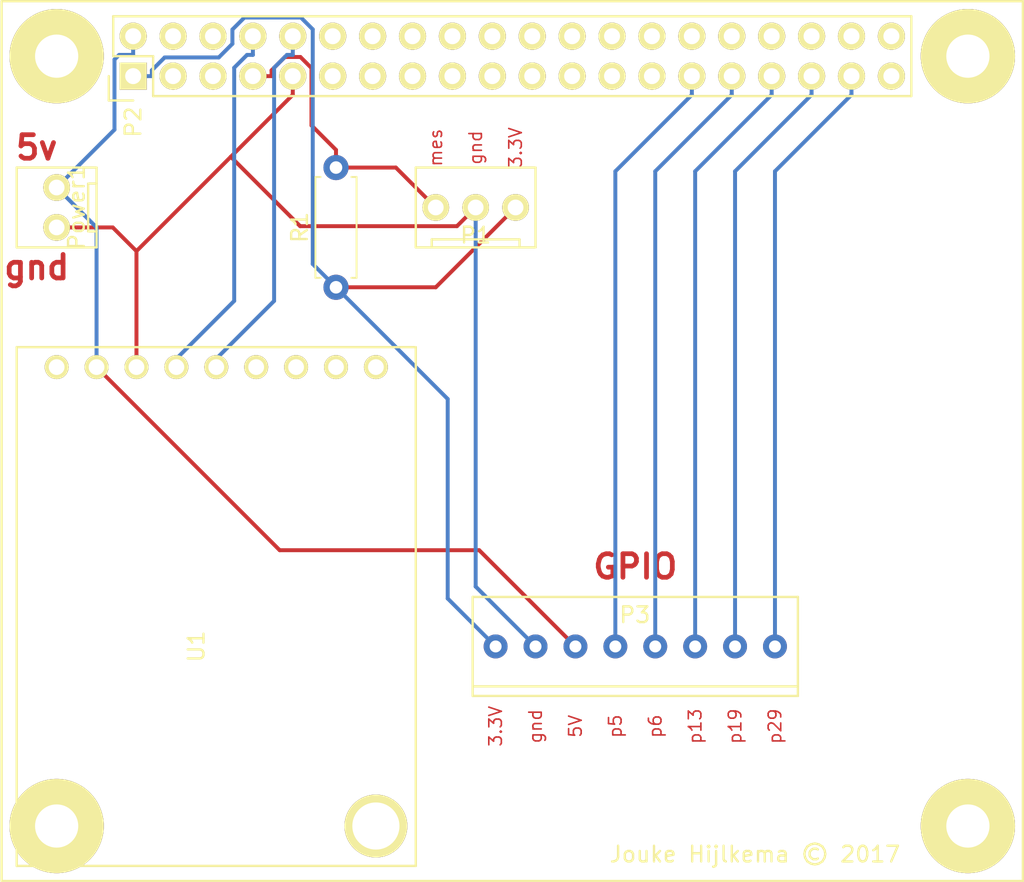
<source format=kicad_pcb>
(kicad_pcb (version 4) (host pcbnew 4.0.6-e0-6349~53~ubuntu16.04.1)

  (general
    (links 19)
    (no_connects 0)
    (area 110.524999 66.604999 176.075001 123.155001)
    (thickness 1.6)
    (drawings 14)
    (tracks 74)
    (zones 0)
    (modules 6)
    (nets 12)
  )

  (page A4)
  (layers
    (0 F.Cu signal)
    (31 B.Cu signal)
    (32 B.Adhes user)
    (33 F.Adhes user)
    (34 B.Paste user)
    (35 F.Paste user)
    (36 B.SilkS user)
    (37 F.SilkS user)
    (38 B.Mask user)
    (39 F.Mask user)
    (40 Dwgs.User user)
    (41 Cmts.User user)
    (42 Eco1.User user)
    (43 Eco2.User user)
    (44 Edge.Cuts user)
    (45 Margin user)
    (46 B.CrtYd user)
    (47 F.CrtYd user)
    (48 B.Fab user)
    (49 F.Fab user)
  )

  (setup
    (last_trace_width 0.25)
    (trace_clearance 0.2)
    (zone_clearance 0.508)
    (zone_45_only no)
    (trace_min 0.2)
    (segment_width 0.2)
    (edge_width 0.15)
    (via_size 0.6)
    (via_drill 0.4)
    (via_min_size 0.4)
    (via_min_drill 0.3)
    (uvia_size 0.3)
    (uvia_drill 0.1)
    (uvias_allowed no)
    (uvia_min_size 0.2)
    (uvia_min_drill 0.1)
    (pcb_text_width 0.3)
    (pcb_text_size 1.5 1.5)
    (mod_edge_width 0.15)
    (mod_text_size 1 1)
    (mod_text_width 0.15)
    (pad_size 1.524 1.524)
    (pad_drill 0.762)
    (pad_to_mask_clearance 0.2)
    (aux_axis_origin 0 0)
    (visible_elements FFFFFF6F)
    (pcbplotparams
      (layerselection 0x010f0_80000001)
      (usegerberextensions false)
      (excludeedgelayer true)
      (linewidth 0.100000)
      (plotframeref false)
      (viasonmask false)
      (mode 1)
      (useauxorigin false)
      (hpglpennumber 1)
      (hpglpenspeed 20)
      (hpglpendiameter 15)
      (hpglpenoverlay 2)
      (psnegative false)
      (psa4output false)
      (plotreference true)
      (plotvalue true)
      (plotinvisibletext false)
      (padsonsilk false)
      (subtractmaskfromsilk false)
      (outputformat 1)
      (mirror false)
      (drillshape 0)
      (scaleselection 1)
      (outputdirectory Gerber/))
  )

  (net 0 "")
  (net 1 +5V)
  (net 2 GND)
  (net 3 "Net-(P1-Pad1)")
  (net 4 "Net-(P1-Pad3)")
  (net 5 "Net-(P2-Pad8)")
  (net 6 "Net-(P2-Pad10)")
  (net 7 "Net-(P2-Pad29)")
  (net 8 "Net-(P2-Pad31)")
  (net 9 "Net-(P2-Pad33)")
  (net 10 "Net-(P2-Pad35)")
  (net 11 "Net-(P2-Pad37)")

  (net_class Default "This is the default net class."
    (clearance 0.2)
    (trace_width 0.25)
    (via_dia 0.6)
    (via_drill 0.4)
    (uvia_dia 0.3)
    (uvia_drill 0.1)
    (add_net +5V)
    (add_net GND)
    (add_net "Net-(P1-Pad1)")
    (add_net "Net-(P1-Pad3)")
    (add_net "Net-(P2-Pad10)")
    (add_net "Net-(P2-Pad29)")
    (add_net "Net-(P2-Pad31)")
    (add_net "Net-(P2-Pad33)")
    (add_net "Net-(P2-Pad35)")
    (add_net "Net-(P2-Pad37)")
    (add_net "Net-(P2-Pad8)")
  )

  (module MyLibs:rpi3_gpio (layer F.Cu) (tedit 58A9D75F) (tstamp 58AB99FA)
    (at 114.3 70.38)
    (descr "Through hole pin header")
    (tags "pin header")
    (path /58A883CC)
    (fp_text reference P2 (at 4.87 4.191 270) (layer F.SilkS)
      (effects (font (size 1 1) (thickness 0.15)))
    )
    (fp_text value RPI_3_GPIO (at 8.89 5.08 180) (layer F.Fab)
      (effects (font (size 1 1) (thickness 0.15)))
    )
    (fp_text user "Jouke Hijlkema © 2017" (at 44.45 50.8) (layer F.SilkS)
      (effects (font (size 1 1) (thickness 0.15)))
    )
    (fp_line (start -3.5 52.5) (end -3.5 -3.5) (layer F.SilkS) (width 0.15))
    (fp_line (start -3.5 -3.5) (end 61.5 -3.5) (layer F.SilkS) (width 0.15))
    (fp_line (start 61.5 -3.5) (end 61.5 52.5) (layer F.SilkS) (width 0.15))
    (fp_line (start 61.5 52.5) (end -3.5 52.5) (layer F.SilkS) (width 0.15))
    (fp_line (start 3.12 3.02) (end 54.92 3.02) (layer F.CrtYd) (width 0.05))
    (fp_line (start 3.12 -3.03) (end 54.92 -3.03) (layer F.CrtYd) (width 0.05))
    (fp_line (start 3.12 3.02) (end 3.12 -3.03) (layer F.CrtYd) (width 0.05))
    (fp_line (start 54.92 3.02) (end 54.92 -3.03) (layer F.CrtYd) (width 0.05))
    (fp_line (start 54.4 -2.54) (end 3.6 -2.54) (layer F.SilkS) (width 0.15))
    (fp_line (start 6.14 2.54) (end 54.4 2.54) (layer F.SilkS) (width 0.15))
    (fp_line (start 54.4 -2.54) (end 54.4 2.54) (layer F.SilkS) (width 0.15))
    (fp_line (start 3.6 -2.54) (end 3.6 0) (layer F.SilkS) (width 0.15))
    (fp_line (start 3.32 1.27) (end 3.32 2.82) (layer F.SilkS) (width 0.15))
    (fp_line (start 3.6 0) (end 6.14 0) (layer F.SilkS) (width 0.15))
    (fp_line (start 6.14 0) (end 6.14 2.54) (layer F.SilkS) (width 0.15))
    (fp_line (start 3.32 2.82) (end 4.87 2.82) (layer F.SilkS) (width 0.15))
    (pad 1 thru_hole rect (at 4.87 1.27 90) (size 1.7272 1.7272) (drill 1.016) (layers *.Cu *.Mask F.SilkS)
      (net 4 "Net-(P1-Pad3)"))
    (pad 2 thru_hole oval (at 4.87 -1.27 90) (size 1.7272 1.7272) (drill 1.016) (layers *.Cu *.Mask F.SilkS)
      (net 1 +5V))
    (pad 3 thru_hole oval (at 7.41 1.27 90) (size 1.7272 1.7272) (drill 1.016) (layers *.Cu *.Mask F.SilkS))
    (pad 4 thru_hole oval (at 7.41 -1.27 90) (size 1.7272 1.7272) (drill 1.016) (layers *.Cu *.Mask F.SilkS))
    (pad 5 thru_hole oval (at 9.95 1.27 90) (size 1.7272 1.7272) (drill 1.016) (layers *.Cu *.Mask F.SilkS))
    (pad 6 thru_hole oval (at 9.95 -1.27 90) (size 1.7272 1.7272) (drill 1.016) (layers *.Cu *.Mask F.SilkS))
    (pad 7 thru_hole oval (at 12.49 1.27 90) (size 1.7272 1.7272) (drill 1.016) (layers *.Cu *.Mask F.SilkS)
      (net 3 "Net-(P1-Pad1)"))
    (pad 8 thru_hole oval (at 12.49 -1.27 90) (size 1.7272 1.7272) (drill 1.016) (layers *.Cu *.Mask F.SilkS)
      (net 5 "Net-(P2-Pad8)"))
    (pad 9 thru_hole oval (at 15.03 1.27 90) (size 1.7272 1.7272) (drill 1.016) (layers *.Cu *.Mask F.SilkS)
      (net 2 GND))
    (pad 10 thru_hole oval (at 15.03 -1.27 90) (size 1.7272 1.7272) (drill 1.016) (layers *.Cu *.Mask F.SilkS)
      (net 6 "Net-(P2-Pad10)"))
    (pad 11 thru_hole oval (at 17.57 1.27 90) (size 1.7272 1.7272) (drill 1.016) (layers *.Cu *.Mask F.SilkS))
    (pad 12 thru_hole oval (at 17.57 -1.27 90) (size 1.7272 1.7272) (drill 1.016) (layers *.Cu *.Mask F.SilkS))
    (pad 13 thru_hole oval (at 20.11 1.27 90) (size 1.7272 1.7272) (drill 1.016) (layers *.Cu *.Mask F.SilkS))
    (pad 14 thru_hole oval (at 20.11 -1.27 90) (size 1.7272 1.7272) (drill 1.016) (layers *.Cu *.Mask F.SilkS))
    (pad 15 thru_hole oval (at 22.65 1.27 90) (size 1.7272 1.7272) (drill 1.016) (layers *.Cu *.Mask F.SilkS))
    (pad 16 thru_hole oval (at 22.65 -1.27 90) (size 1.7272 1.7272) (drill 1.016) (layers *.Cu *.Mask F.SilkS))
    (pad 17 thru_hole oval (at 25.19 1.27 90) (size 1.7272 1.7272) (drill 1.016) (layers *.Cu *.Mask F.SilkS))
    (pad 18 thru_hole oval (at 25.19 -1.27 90) (size 1.7272 1.7272) (drill 1.016) (layers *.Cu *.Mask F.SilkS))
    (pad 19 thru_hole oval (at 27.73 1.27 90) (size 1.7272 1.7272) (drill 1.016) (layers *.Cu *.Mask F.SilkS))
    (pad 20 thru_hole oval (at 27.73 -1.27 90) (size 1.7272 1.7272) (drill 1.016) (layers *.Cu *.Mask F.SilkS))
    (pad 21 thru_hole oval (at 30.27 1.27 90) (size 1.7272 1.7272) (drill 1.016) (layers *.Cu *.Mask F.SilkS))
    (pad 22 thru_hole oval (at 30.27 -1.27 90) (size 1.7272 1.7272) (drill 1.016) (layers *.Cu *.Mask F.SilkS))
    (pad 23 thru_hole oval (at 32.81 1.27 90) (size 1.7272 1.7272) (drill 1.016) (layers *.Cu *.Mask F.SilkS))
    (pad 24 thru_hole oval (at 32.81 -1.27 90) (size 1.7272 1.7272) (drill 1.016) (layers *.Cu *.Mask F.SilkS))
    (pad 25 thru_hole oval (at 35.35 1.27 90) (size 1.7272 1.7272) (drill 1.016) (layers *.Cu *.Mask F.SilkS))
    (pad 26 thru_hole oval (at 35.35 -1.27 90) (size 1.7272 1.7272) (drill 1.016) (layers *.Cu *.Mask F.SilkS))
    (pad 27 thru_hole oval (at 37.89 1.27 90) (size 1.7272 1.7272) (drill 1.016) (layers *.Cu *.Mask F.SilkS))
    (pad 28 thru_hole oval (at 37.89 -1.27 90) (size 1.7272 1.7272) (drill 1.016) (layers *.Cu *.Mask F.SilkS))
    (pad 29 thru_hole oval (at 40.43 1.27 90) (size 1.7272 1.7272) (drill 1.016) (layers *.Cu *.Mask F.SilkS)
      (net 7 "Net-(P2-Pad29)"))
    (pad 30 thru_hole oval (at 40.43 -1.27 90) (size 1.7272 1.7272) (drill 1.016) (layers *.Cu *.Mask F.SilkS))
    (pad 31 thru_hole oval (at 42.97 1.27 90) (size 1.7272 1.7272) (drill 1.016) (layers *.Cu *.Mask F.SilkS)
      (net 8 "Net-(P2-Pad31)"))
    (pad 32 thru_hole oval (at 42.97 -1.27 90) (size 1.7272 1.7272) (drill 1.016) (layers *.Cu *.Mask F.SilkS))
    (pad 33 thru_hole oval (at 45.51 1.27 90) (size 1.7272 1.7272) (drill 1.016) (layers *.Cu *.Mask F.SilkS)
      (net 9 "Net-(P2-Pad33)"))
    (pad 34 thru_hole oval (at 45.51 -1.27 90) (size 1.7272 1.7272) (drill 1.016) (layers *.Cu *.Mask F.SilkS))
    (pad 35 thru_hole oval (at 48.05 1.27 90) (size 1.7272 1.7272) (drill 1.016) (layers *.Cu *.Mask F.SilkS)
      (net 10 "Net-(P2-Pad35)"))
    (pad 36 thru_hole oval (at 48.05 -1.27 90) (size 1.7272 1.7272) (drill 1.016) (layers *.Cu *.Mask F.SilkS))
    (pad 37 thru_hole oval (at 50.59 1.27 90) (size 1.7272 1.7272) (drill 1.016) (layers *.Cu *.Mask F.SilkS)
      (net 11 "Net-(P2-Pad37)"))
    (pad 38 thru_hole oval (at 50.59 -1.27 90) (size 1.7272 1.7272) (drill 1.016) (layers *.Cu *.Mask F.SilkS))
    (pad 39 thru_hole oval (at 53.13 1.27 90) (size 1.7272 1.7272) (drill 1.016) (layers *.Cu *.Mask F.SilkS))
    (pad 40 thru_hole oval (at 53.13 -1.27 90) (size 1.7272 1.7272) (drill 1.016) (layers *.Cu *.Mask F.SilkS))
    (pad "" np_thru_hole circle (at 0 0) (size 6 6) (drill 2.75) (layers *.Cu *.Mask F.SilkS)
      (zone_connect 0))
    (pad "" np_thru_hole circle (at 58 0) (size 6 6) (drill 2.75) (layers *.Cu *.Mask F.SilkS)
      (zone_connect 0))
    (pad "" np_thru_hole circle (at 0 49) (size 6 6) (drill 2.75) (layers *.Cu *.Mask F.SilkS)
      (zone_connect 0))
    (pad "" np_thru_hole circle (at 58 49) (size 6 6) (drill 2.75) (layers *.Cu *.Mask F.SilkS)
      (zone_connect 0))
    (model Pin_Headers.3dshapes/Pin_Header_Straight_2x20.wrl
      (at (xyz 0 0 0))
      (scale (xyz 1 1 1))
      (rotate (xyz 0 0 90))
    )
  )

  (module MyLibs:2pinConnector (layer F.Cu) (tedit 57057712) (tstamp 58BAD04C)
    (at 114.3 80.01 90)
    (path /58BAAB41)
    (fp_text reference Power1 (at 0 1.27 90) (layer F.SilkS)
      (effects (font (size 1 1) (thickness 0.15)))
    )
    (fp_text value CONN_01X02 (at 0 3.81 90) (layer F.Fab)
      (effects (font (size 1 1) (thickness 0.15)))
    )
    (fp_line (start -1.52273 2.00406) (end 1.51765 2.00406) (layer F.SilkS) (width 0.15))
    (fp_line (start -2.54 2.54) (end 2.54 2.54) (layer F.SilkS) (width 0.15))
    (fp_line (start -2.54 -2.54) (end 2.54 -2.54) (layer F.SilkS) (width 0.15))
    (fp_line (start -1.524 2.54) (end -1.524 2.032) (layer F.SilkS) (width 0.15))
    (fp_line (start 1.524 2.032) (end 1.524 2.54) (layer F.SilkS) (width 0.15))
    (fp_line (start 2.54 -2.54) (end 2.54 2.54) (layer F.SilkS) (width 0.15))
    (fp_line (start -2.54 2.54) (end -2.54 -2.54) (layer F.SilkS) (width 0.15))
    (pad 1 thru_hole circle (at -1.27 0 90) (size 1.7 1.7) (drill 1) (layers *.Cu *.Mask F.SilkS)
      (net 2 GND))
    (pad 2 thru_hole circle (at 1.27 0 90) (size 1.7 1.7) (drill 1) (layers *.Cu *.Mask F.SilkS)
      (net 1 +5V))
  )

  (module MyLibs:3pinConnector (layer F.Cu) (tedit 58BAC950) (tstamp 58BAD4C1)
    (at 140.97 80.01)
    (path /58BAC941)
    (fp_text reference P1 (at 0 1.77) (layer F.SilkS)
      (effects (font (size 1 1) (thickness 0.15)))
    )
    (fp_text value TEMP (at 0 3.81) (layer F.Fab)
      (effects (font (size 1 1) (thickness 0.15)))
    )
    (fp_line (start -2.794 2.54) (end -2.794 2.032) (layer F.SilkS) (width 0.15))
    (fp_line (start -2.794 2.032) (end 2.794 2.032) (layer F.SilkS) (width 0.15))
    (fp_line (start 2.794 2.032) (end 2.794 2.54) (layer F.SilkS) (width 0.15))
    (fp_line (start -3.81 -2.54) (end 3.81 -2.54) (layer F.SilkS) (width 0.15))
    (fp_line (start 3.81 -2.54) (end 3.81 2.54) (layer F.SilkS) (width 0.15))
    (fp_line (start 3.81 2.54) (end -3.81 2.54) (layer F.SilkS) (width 0.15))
    (fp_line (start -3.81 2.54) (end -3.81 -2.54) (layer F.SilkS) (width 0.15))
    (pad 1 thru_hole circle (at -2.54 0) (size 1.7 1.7) (drill 1) (layers *.Cu *.Mask F.SilkS)
      (net 3 "Net-(P1-Pad1)"))
    (pad 2 thru_hole circle (at 0 0) (size 1.7 1.7) (drill 1) (layers *.Cu *.Mask F.SilkS)
      (net 2 GND))
    (pad 3 thru_hole circle (at 2.54 0) (size 1.7 1.7) (drill 1) (layers *.Cu *.Mask F.SilkS)
      (net 4 "Net-(P1-Pad3)"))
  )

  (module Resistors_ThroughHole:R_Axial_DIN0207_L6.3mm_D2.5mm_P7.62mm_Horizontal (layer F.Cu) (tedit 5874F706) (tstamp 58BAD6F3)
    (at 132.08 85.09 90)
    (descr "Resistor, Axial_DIN0207 series, Axial, Horizontal, pin pitch=7.62mm, 0.25W = 1/4W, length*diameter=6.3*2.5mm^2, http://cdn-reichelt.de/documents/datenblatt/B400/1_4W%23YAG.pdf")
    (tags "Resistor Axial_DIN0207 series Axial Horizontal pin pitch 7.62mm 0.25W = 1/4W length 6.3mm diameter 2.5mm")
    (path /58BAD104)
    (fp_text reference R1 (at 3.81 -2.31 90) (layer F.SilkS)
      (effects (font (size 1 1) (thickness 0.15)))
    )
    (fp_text value R (at 3.81 2.31 90) (layer F.Fab)
      (effects (font (size 1 1) (thickness 0.15)))
    )
    (fp_line (start 0.66 -1.25) (end 0.66 1.25) (layer F.Fab) (width 0.1))
    (fp_line (start 0.66 1.25) (end 6.96 1.25) (layer F.Fab) (width 0.1))
    (fp_line (start 6.96 1.25) (end 6.96 -1.25) (layer F.Fab) (width 0.1))
    (fp_line (start 6.96 -1.25) (end 0.66 -1.25) (layer F.Fab) (width 0.1))
    (fp_line (start 0 0) (end 0.66 0) (layer F.Fab) (width 0.1))
    (fp_line (start 7.62 0) (end 6.96 0) (layer F.Fab) (width 0.1))
    (fp_line (start 0.6 -0.98) (end 0.6 -1.31) (layer F.SilkS) (width 0.12))
    (fp_line (start 0.6 -1.31) (end 7.02 -1.31) (layer F.SilkS) (width 0.12))
    (fp_line (start 7.02 -1.31) (end 7.02 -0.98) (layer F.SilkS) (width 0.12))
    (fp_line (start 0.6 0.98) (end 0.6 1.31) (layer F.SilkS) (width 0.12))
    (fp_line (start 0.6 1.31) (end 7.02 1.31) (layer F.SilkS) (width 0.12))
    (fp_line (start 7.02 1.31) (end 7.02 0.98) (layer F.SilkS) (width 0.12))
    (fp_line (start -1.05 -1.6) (end -1.05 1.6) (layer F.CrtYd) (width 0.05))
    (fp_line (start -1.05 1.6) (end 8.7 1.6) (layer F.CrtYd) (width 0.05))
    (fp_line (start 8.7 1.6) (end 8.7 -1.6) (layer F.CrtYd) (width 0.05))
    (fp_line (start 8.7 -1.6) (end -1.05 -1.6) (layer F.CrtYd) (width 0.05))
    (pad 1 thru_hole circle (at 0 0 90) (size 1.6 1.6) (drill 0.8) (layers *.Cu *.Mask)
      (net 4 "Net-(P1-Pad3)"))
    (pad 2 thru_hole oval (at 7.62 0 90) (size 1.6 1.6) (drill 0.8) (layers *.Cu *.Mask)
      (net 3 "Net-(P1-Pad1)"))
    (model Resistors_THT.3dshapes/R_Axial_DIN0207_L6.3mm_D2.5mm_P7.62mm_Horizontal.wrl
      (at (xyz 0 0 0))
      (scale (xyz 0.393701 0.393701 0.393701))
      (rotate (xyz 0 0 0))
    )
  )

  (module MyLibs:adafruit_ultimate_gps (layer F.Cu) (tedit 58BAD2C1) (tstamp 58BAD9C9)
    (at 114.3 119.38)
    (path /58A8767F)
    (fp_text reference U1 (at 8.89 -11.43 270) (layer F.SilkS)
      (effects (font (size 1 1) (thickness 0.15)))
    )
    (fp_text value adafruit_ultimate_gps (at 11.43 -12.7 270) (layer F.Fab)
      (effects (font (size 1 1) (thickness 0.15)))
    )
    (fp_line (start 22.86 2.54) (end 22.86 -30.48) (layer F.SilkS) (width 0.15))
    (fp_line (start 22.86 -30.48) (end -2.54 -30.48) (layer F.SilkS) (width 0.15))
    (fp_line (start -2.54 -30.48) (end -2.54 2.54) (layer F.SilkS) (width 0.15))
    (fp_line (start -2.54 2.54) (end 22.86 2.54) (layer F.SilkS) (width 0.15))
    (pad 5 thru_hole circle (at 10.16 -29.21 270) (size 1.524 1.524) (drill 1) (layers *.Cu *.Mask F.SilkS)
      (net 6 "Net-(P2-Pad10)"))
    (pad 6 thru_hole circle (at 12.7 -29.21 270) (size 1.524 1.524) (drill 1) (layers *.Cu *.Mask F.SilkS))
    (pad 7 thru_hole circle (at 15.24 -29.21 270) (size 1.524 1.524) (drill 1) (layers *.Cu *.Mask F.SilkS))
    (pad 8 thru_hole circle (at 17.78 -29.21 270) (size 1.524 1.524) (drill 1) (layers *.Cu *.Mask F.SilkS))
    (pad 4 thru_hole circle (at 7.62 -29.21 270) (size 1.524 1.524) (drill 1) (layers *.Cu *.Mask F.SilkS)
      (net 5 "Net-(P2-Pad8)"))
    (pad 3 thru_hole circle (at 5.08 -29.21 270) (size 1.524 1.524) (drill 1) (layers *.Cu *.Mask F.SilkS)
      (net 2 GND))
    (pad 2 thru_hole circle (at 2.54 -29.21 270) (size 1.524 1.524) (drill 1) (layers *.Cu *.Mask F.SilkS)
      (net 1 +5V))
    (pad 1 thru_hole circle (at 0 -29.21 270) (size 1.524 1.524) (drill 1) (layers *.Cu *.Mask F.SilkS))
    (pad 9 thru_hole circle (at 20.32 -29.21 270) (size 1.524 1.524) (drill 1) (layers *.Cu *.Mask F.SilkS))
    (pad 10 thru_hole circle (at 20.32 0 270) (size 4 4) (drill 3) (layers *.Cu *.Mask F.SilkS))
  )

  (module MyLibs:bornier_8_vis (layer F.Cu) (tedit 58BBC4A1) (tstamp 58BBC710)
    (at 151.13 107.95 180)
    (path /58BBBF3C)
    (fp_text reference P3 (at 0.02794 2.0066 180) (layer F.SilkS)
      (effects (font (size 1 1) (thickness 0.15)))
    )
    (fp_text value CONN_01X08 (at 0.02794 -1.70942 180) (layer F.Fab)
      (effects (font (size 1 1) (thickness 0.15)))
    )
    (fp_line (start -10.35 -2.54) (end 10.35 -2.54) (layer F.SilkS) (width 0.15))
    (fp_line (start 10.35 -3.15) (end 10.35 3.15) (layer F.SilkS) (width 0.15))
    (fp_line (start -10.35 -3.15) (end -10.35 3.15) (layer F.SilkS) (width 0.15))
    (fp_line (start -10.35 -3.15) (end 10.35 -3.15) (layer F.SilkS) (width 0.15))
    (fp_line (start -10.35 3.15) (end 10.35 3.15) (layer F.SilkS) (width 0.15))
    (pad 4 thru_hole circle (at -1.27 0 180) (size 1.524 1.524) (drill 0.762) (layers *.Cu *.Mask)
      (net 8 "Net-(P2-Pad31)"))
    (pad 5 thru_hole circle (at 1.27 0 180) (size 1.524 1.524) (drill 0.762) (layers *.Cu *.Mask)
      (net 7 "Net-(P2-Pad29)"))
    (pad 6 thru_hole circle (at 3.81 0 180) (size 1.524 1.524) (drill 0.762) (layers *.Cu *.Mask)
      (net 1 +5V))
    (pad 3 thru_hole circle (at -3.81 0 180) (size 1.524 1.524) (drill 0.762) (layers *.Cu *.Mask)
      (net 9 "Net-(P2-Pad33)"))
    (pad 2 thru_hole circle (at -6.35 0 180) (size 1.524 1.524) (drill 0.762) (layers *.Cu *.Mask)
      (net 10 "Net-(P2-Pad35)"))
    (pad 1 thru_hole circle (at -8.89 0 180) (size 1.524 1.524) (drill 0.762) (layers *.Cu *.Mask)
      (net 11 "Net-(P2-Pad37)"))
    (pad 7 thru_hole circle (at 6.35 0 180) (size 1.524 1.524) (drill 0.762) (layers *.Cu *.Mask)
      (net 2 GND))
    (pad 8 thru_hole circle (at 8.89 0 180) (size 1.524 1.524) (drill 0.762) (layers *.Cu *.Mask)
      (net 4 "Net-(P1-Pad3)"))
  )

  (gr_text GPIO (at 151.13 102.87) (layer F.Cu)
    (effects (font (size 1.5 1.5) (thickness 0.3)))
  )
  (gr_text p29 (at 160.02 113.03 90) (layer F.Cu)
    (effects (font (size 0.8 0.8) (thickness 0.1)))
  )
  (gr_text p19 (at 157.48 113.03 90) (layer F.Cu)
    (effects (font (size 0.8 0.8) (thickness 0.1)))
  )
  (gr_text p13 (at 154.94 113.03 90) (layer F.Cu)
    (effects (font (size 0.8 0.8) (thickness 0.1)))
  )
  (gr_text p6 (at 152.4 113.03 90) (layer F.Cu)
    (effects (font (size 0.8 0.8) (thickness 0.1)))
  )
  (gr_text p5 (at 149.86 113.03 90) (layer F.Cu)
    (effects (font (size 0.8 0.8) (thickness 0.1)))
  )
  (gr_text 5V (at 147.32 113.03 90) (layer F.Cu)
    (effects (font (size 0.8 0.8) (thickness 0.1)))
  )
  (gr_text 3.3V (at 142.24 113.03 90) (layer F.Cu)
    (effects (font (size 0.8 0.8) (thickness 0.1)))
  )
  (gr_text gnd (at 144.78 113.03 90) (layer F.Cu)
    (effects (font (size 0.8 0.8) (thickness 0.1)))
  )
  (gr_text gnd (at 113.03 83.82) (layer F.Cu)
    (effects (font (size 1.5 1.5) (thickness 0.3)))
  )
  (gr_text 5v (at 113.03 76.2) (layer F.Cu)
    (effects (font (size 1.5 1.5) (thickness 0.3)))
  )
  (gr_text mes (at 138.43 76.2 90) (layer F.Cu)
    (effects (font (size 0.8 0.8) (thickness 0.1)))
  )
  (gr_text gnd (at 140.97 76.2 90) (layer F.Cu)
    (effects (font (size 0.8 0.8) (thickness 0.1)))
  )
  (gr_text 3.3V (at 143.51 76.2 90) (layer F.Cu)
    (effects (font (size 0.8 0.8) (thickness 0.1)))
  )

  (segment (start 116.84 81.28) (end 116.84 90.17) (width 0.25) (layer B.Cu) (net 1))
  (segment (start 114.3 78.74) (end 116.84 81.28) (width 0.25) (layer B.Cu) (net 1))
  (segment (start 117.981 75.0589) (end 114.3 78.74) (width 0.25) (layer B.Cu) (net 1))
  (segment (start 117.981 70.5961) (end 117.981 75.0589) (width 0.25) (layer B.Cu) (net 1))
  (segment (start 118.278 70.2989) (end 117.981 70.5961) (width 0.25) (layer B.Cu) (net 1))
  (segment (start 119.17 70.2989) (end 118.278 70.2989) (width 0.25) (layer B.Cu) (net 1))
  (segment (start 119.17 69.11) (end 119.17 70.2989) (width 0.25) (layer B.Cu) (net 1))
  (segment (start 141.1952 101.8252) (end 147.32 107.95) (width 0.25) (layer F.Cu) (net 1))
  (segment (start 128.4952 101.8252) (end 141.1952 101.8252) (width 0.25) (layer F.Cu) (net 1))
  (segment (start 116.84 90.17) (end 128.4952 101.8252) (width 0.25) (layer F.Cu) (net 1))
  (segment (start 129.799 81.2006) (end 125.384 76.7854) (width 0.25) (layer F.Cu) (net 2))
  (segment (start 139.779 81.2006) (end 129.799 81.2006) (width 0.25) (layer F.Cu) (net 2))
  (segment (start 140.97 80.01) (end 139.779 81.2006) (width 0.25) (layer F.Cu) (net 2))
  (segment (start 129.33 72.8389) (end 125.384 76.7854) (width 0.25) (layer F.Cu) (net 2))
  (segment (start 129.33 71.65) (end 129.33 72.8389) (width 0.25) (layer F.Cu) (net 2))
  (segment (start 117.871 81.28) (end 119.38 82.7889) (width 0.25) (layer F.Cu) (net 2))
  (segment (start 114.3 81.28) (end 117.871 81.28) (width 0.25) (layer F.Cu) (net 2))
  (segment (start 125.384 76.7854) (end 119.38 82.7889) (width 0.25) (layer F.Cu) (net 2))
  (segment (start 119.38 82.7889) (end 119.38 90.17) (width 0.25) (layer F.Cu) (net 2))
  (segment (start 140.97 104.14) (end 140.97 80.01) (width 0.25) (layer B.Cu) (net 2))
  (segment (start 144.78 107.95) (end 140.97 104.14) (width 0.25) (layer B.Cu) (net 2))
  (segment (start 135.89 77.47) (end 138.43 80.01) (width 0.25) (layer F.Cu) (net 3))
  (segment (start 132.08 77.47) (end 135.89 77.47) (width 0.25) (layer F.Cu) (net 3))
  (segment (start 127.979 71.65) (end 126.79 71.65) (width 0.25) (layer F.Cu) (net 3))
  (segment (start 127.979 71.2805) (end 127.979 71.65) (width 0.25) (layer F.Cu) (net 3))
  (segment (start 128.826 70.4337) (end 127.979 71.2805) (width 0.25) (layer F.Cu) (net 3))
  (segment (start 129.817 70.4337) (end 128.826 70.4337) (width 0.25) (layer F.Cu) (net 3))
  (segment (start 130.519 71.1357) (end 129.817 70.4337) (width 0.25) (layer F.Cu) (net 3))
  (segment (start 130.519 74.7837) (end 130.519 71.1357) (width 0.25) (layer F.Cu) (net 3))
  (segment (start 132.08 76.3447) (end 130.519 74.7837) (width 0.25) (layer F.Cu) (net 3))
  (segment (start 132.08 77.47) (end 132.08 76.3447) (width 0.25) (layer F.Cu) (net 3))
  (segment (start 138.43 85.09) (end 143.51 80.01) (width 0.25) (layer F.Cu) (net 4))
  (segment (start 132.08 85.09) (end 138.43 85.09) (width 0.25) (layer F.Cu) (net 4))
  (segment (start 130.6 83.61) (end 132.08 85.09) (width 0.25) (layer B.Cu) (net 4))
  (segment (start 130.6 68.6718) (end 130.6 83.61) (width 0.25) (layer B.Cu) (net 4))
  (segment (start 129.849 67.9211) (end 130.6 68.6718) (width 0.25) (layer B.Cu) (net 4))
  (segment (start 126.251 67.9211) (end 129.849 67.9211) (width 0.25) (layer B.Cu) (net 4))
  (segment (start 125.487 68.6853) (end 126.251 67.9211) (width 0.25) (layer B.Cu) (net 4))
  (segment (start 125.487 69.593) (end 125.487 68.6853) (width 0.25) (layer B.Cu) (net 4))
  (segment (start 124.619 70.4611) (end 125.487 69.593) (width 0.25) (layer B.Cu) (net 4))
  (segment (start 121.176 70.4611) (end 124.619 70.4611) (width 0.25) (layer B.Cu) (net 4))
  (segment (start 120.359 71.2784) (end 121.176 70.4611) (width 0.25) (layer B.Cu) (net 4))
  (segment (start 120.359 71.65) (end 120.359 71.2784) (width 0.25) (layer B.Cu) (net 4))
  (segment (start 119.17 71.65) (end 120.359 71.65) (width 0.25) (layer B.Cu) (net 4))
  (segment (start 139.1902 104.9002) (end 142.24 107.95) (width 0.25) (layer B.Cu) (net 4))
  (segment (start 139.1902 92.2002) (end 139.1902 104.9002) (width 0.25) (layer B.Cu) (net 4))
  (segment (start 132.08 85.09) (end 139.1902 92.2002) (width 0.25) (layer B.Cu) (net 4))
  (segment (start 121.92 89.64) (end 121.92 90.17) (width 0.25) (layer B.Cu) (net 5))
  (segment (start 125.601 85.9589) (end 121.92 89.64) (width 0.25) (layer B.Cu) (net 5))
  (segment (start 125.601 71.1162) (end 125.601 85.9589) (width 0.25) (layer B.Cu) (net 5))
  (segment (start 126.418 70.2989) (end 125.601 71.1162) (width 0.25) (layer B.Cu) (net 5))
  (segment (start 126.79 70.2989) (end 126.418 70.2989) (width 0.25) (layer B.Cu) (net 5))
  (segment (start 126.79 69.11) (end 126.79 70.2989) (width 0.25) (layer B.Cu) (net 5))
  (segment (start 124.46 89.64) (end 124.46 90.17) (width 0.25) (layer B.Cu) (net 6))
  (segment (start 128.141 85.9589) (end 124.46 89.64) (width 0.25) (layer B.Cu) (net 6))
  (segment (start 128.141 71.1162) (end 128.141 85.9589) (width 0.25) (layer B.Cu) (net 6))
  (segment (start 128.958 70.2989) (end 128.141 71.1162) (width 0.25) (layer B.Cu) (net 6))
  (segment (start 129.33 70.2989) (end 128.958 70.2989) (width 0.25) (layer B.Cu) (net 6))
  (segment (start 129.33 69.11) (end 129.33 70.2989) (width 0.25) (layer B.Cu) (net 6))
  (segment (start 149.86 77.7089) (end 154.73 72.8389) (width 0.25) (layer B.Cu) (net 7))
  (segment (start 149.86 107.95) (end 149.86 77.7089) (width 0.25) (layer B.Cu) (net 7))
  (segment (start 154.73 71.65) (end 154.73 72.8389) (width 0.25) (layer B.Cu) (net 7))
  (segment (start 152.4 77.7089) (end 157.27 72.8389) (width 0.25) (layer B.Cu) (net 8))
  (segment (start 152.4 107.95) (end 152.4 77.7089) (width 0.25) (layer B.Cu) (net 8))
  (segment (start 157.27 71.65) (end 157.27 72.8389) (width 0.25) (layer B.Cu) (net 8))
  (segment (start 159.81 71.65) (end 159.81 72.8389) (width 0.25) (layer B.Cu) (net 9))
  (segment (start 154.94 77.7089) (end 159.81 72.8389) (width 0.25) (layer B.Cu) (net 9))
  (segment (start 154.94 107.95) (end 154.94 77.7089) (width 0.25) (layer B.Cu) (net 9))
  (segment (start 162.35 71.65) (end 162.35 72.8389) (width 0.25) (layer B.Cu) (net 10))
  (segment (start 157.48 77.7089) (end 162.35 72.8389) (width 0.25) (layer B.Cu) (net 10))
  (segment (start 157.48 107.95) (end 157.48 77.7089) (width 0.25) (layer B.Cu) (net 10))
  (segment (start 164.89 71.65) (end 164.89 72.8389) (width 0.25) (layer B.Cu) (net 11))
  (segment (start 160.02 77.7089) (end 164.89 72.8389) (width 0.25) (layer B.Cu) (net 11))
  (segment (start 160.02 107.95) (end 160.02 77.7089) (width 0.25) (layer B.Cu) (net 11))

)

</source>
